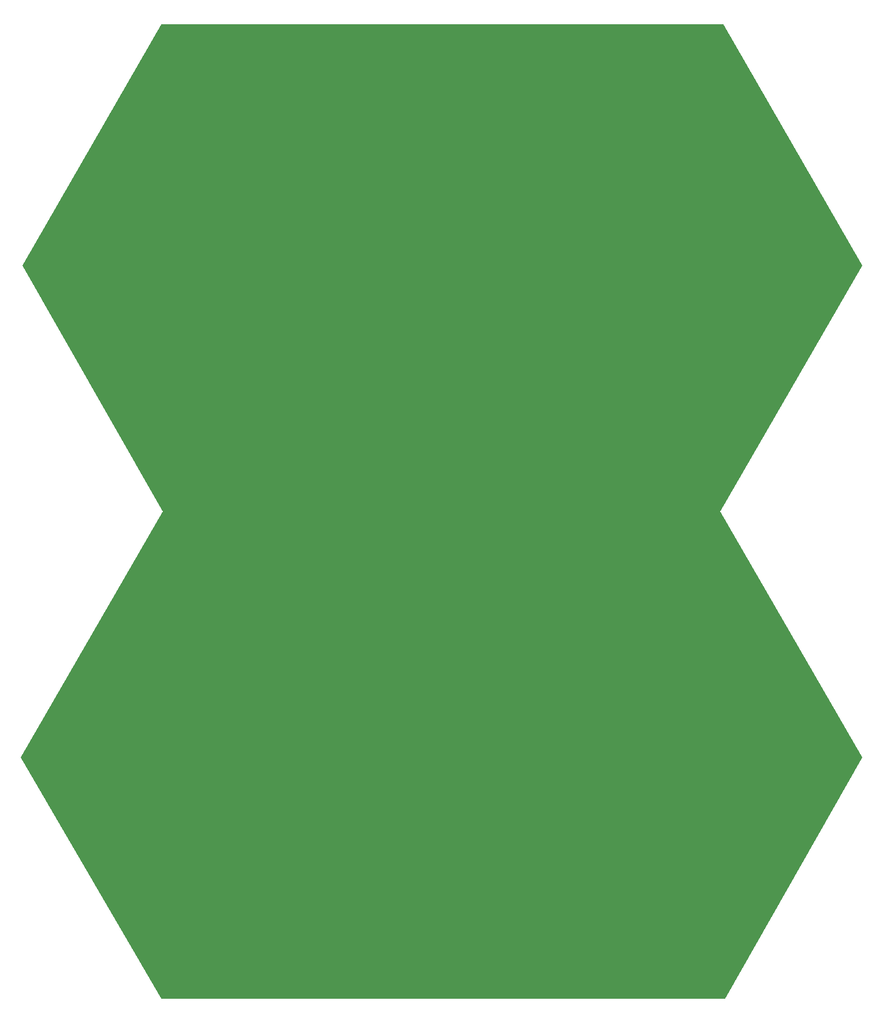
<source format=gbr>
%TF.GenerationSoftware,KiCad,Pcbnew,8.0.1*%
%TF.CreationDate,2024-04-10T18:42:56-04:00*%
%TF.ProjectId,Faces,46616365-732e-46b6-9963-61645f706362,rev?*%
%TF.SameCoordinates,Original*%
%TF.FileFunction,Soldermask,Bot*%
%TF.FilePolarity,Negative*%
%FSLAX46Y46*%
G04 Gerber Fmt 4.6, Leading zero omitted, Abs format (unit mm)*
G04 Created by KiCad (PCBNEW 8.0.1) date 2024-04-10 18:42:56*
%MOMM*%
%LPD*%
G01*
G04 APERTURE LIST*
%ADD10C,0.150000*%
%ADD11C,0.500000*%
G04 APERTURE END LIST*
D10*
X153924000Y-51816000D02*
X133096000Y-87884000D01*
X153924000Y-123952000D01*
X133858000Y-159258000D01*
X51308000Y-159258000D01*
X30734000Y-123952000D01*
X51562000Y-87884000D01*
X30988000Y-51816000D01*
X51308000Y-16510000D01*
X133604000Y-16510000D01*
X153924000Y-51816000D01*
G36*
X153924000Y-51816000D02*
G01*
X133096000Y-87884000D01*
X153924000Y-123952000D01*
X133858000Y-159258000D01*
X51308000Y-159258000D01*
X30734000Y-123952000D01*
X51562000Y-87884000D01*
X30988000Y-51816000D01*
X51308000Y-16510000D01*
X133604000Y-16510000D01*
X153924000Y-51816000D01*
G37*
D11*
%TO.C,mouse-bite-2mm-slot*%
X126044628Y-28119070D03*
X126419628Y-27469551D03*
X126794628Y-26820032D03*
X127169628Y-26170513D03*
X127544628Y-25520994D03*
%TD*%
%TO.C,mouse-bite-2mm-slot*%
X121223665Y-39469218D03*
X120848665Y-40118737D03*
X120473665Y-40768256D03*
X120098665Y-41417775D03*
X119723665Y-42067294D03*
%TD*%
%TO.C,mouse-bite-2mm-slot*%
X128843665Y-26270991D03*
X128468665Y-26920510D03*
X128093665Y-27570029D03*
X127718665Y-28219548D03*
X127343665Y-28869067D03*
%TD*%
%TO.C,mouse-bite-2mm-slot*%
X118424628Y-41317297D03*
X118799628Y-40667778D03*
X119174628Y-40018259D03*
X119549628Y-39368740D03*
X119924628Y-38719221D03*
%TD*%
%TO.C,mouse-bite-2mm-slot*%
X84425153Y-28119124D03*
X84800153Y-27469605D03*
X85175153Y-26820086D03*
X85550153Y-26170567D03*
X85925153Y-25521048D03*
%TD*%
%TO.C,mouse-bite-2mm-slot*%
X79604190Y-39469272D03*
X79229190Y-40118791D03*
X78854190Y-40768310D03*
X78479190Y-41417829D03*
X78104190Y-42067348D03*
%TD*%
%TO.C,mouse-bite-2mm-slot*%
X87224190Y-26271045D03*
X86849190Y-26920564D03*
X86474190Y-27570083D03*
X86099190Y-28219602D03*
X85724190Y-28869121D03*
%TD*%
%TO.C,mouse-bite-2mm-slot*%
X76805153Y-41317351D03*
X77180153Y-40667832D03*
X77555153Y-40018313D03*
X77930153Y-39368794D03*
X78305153Y-38719275D03*
%TD*%
%TO.C,mouse-bite-2mm-slot*%
X63615376Y-64162622D03*
X63990376Y-63513103D03*
X64365376Y-62863584D03*
X64740376Y-62214065D03*
X65115376Y-61564546D03*
%TD*%
%TO.C,mouse-bite-2mm-slot*%
X58794413Y-75512770D03*
X58419413Y-76162289D03*
X58044413Y-76811808D03*
X57669413Y-77461327D03*
X57294413Y-78110846D03*
%TD*%
%TO.C,mouse-bite-2mm-slot*%
X66414413Y-62314543D03*
X66039413Y-62964062D03*
X65664413Y-63613581D03*
X65289413Y-64263100D03*
X64914413Y-64912619D03*
%TD*%
%TO.C,mouse-bite-2mm-slot*%
X55995376Y-77360849D03*
X56370376Y-76711330D03*
X56745376Y-76061811D03*
X57120376Y-75412292D03*
X57495376Y-74762773D03*
%TD*%
%TO.C,mouse-bite-2mm-slot*%
X105234851Y-64162568D03*
X105609851Y-63513049D03*
X105984851Y-62863530D03*
X106359851Y-62214011D03*
X106734851Y-61564492D03*
%TD*%
%TO.C,mouse-bite-2mm-slot*%
X100413888Y-75512716D03*
X100038888Y-76162235D03*
X99663888Y-76811754D03*
X99288888Y-77461273D03*
X98913888Y-78110792D03*
%TD*%
%TO.C,mouse-bite-2mm-slot*%
X108033888Y-62314489D03*
X107658888Y-62964008D03*
X107283888Y-63613527D03*
X106908888Y-64263046D03*
X106533888Y-64912565D03*
%TD*%
%TO.C,mouse-bite-2mm-slot*%
X97614851Y-77360795D03*
X97989851Y-76711276D03*
X98364851Y-76061757D03*
X98739851Y-75412238D03*
X99114851Y-74762719D03*
%TD*%
%TO.C,mouse-bite-2mm-slot*%
X126044723Y-100206116D03*
X126419723Y-99556597D03*
X126794723Y-98907078D03*
X127169723Y-98257559D03*
X127544723Y-97608040D03*
%TD*%
%TO.C,mouse-bite-2mm-slot*%
X121223760Y-111556264D03*
X120848760Y-112205783D03*
X120473760Y-112855302D03*
X120098760Y-113504821D03*
X119723760Y-114154340D03*
%TD*%
%TO.C,mouse-bite-2mm-slot*%
X128843760Y-98358037D03*
X128468760Y-99007556D03*
X128093760Y-99657075D03*
X127718760Y-100306594D03*
X127343760Y-100956113D03*
%TD*%
%TO.C,mouse-bite-2mm-slot*%
X118424723Y-113404343D03*
X118799723Y-112754824D03*
X119174723Y-112105305D03*
X119549723Y-111455786D03*
X119924723Y-110806267D03*
%TD*%
%TO.C,mouse-bite-2mm-slot*%
X84425248Y-100206170D03*
X84800248Y-99556651D03*
X85175248Y-98907132D03*
X85550248Y-98257613D03*
X85925248Y-97608094D03*
%TD*%
%TO.C,mouse-bite-2mm-slot*%
X79604285Y-111556318D03*
X79229285Y-112205837D03*
X78854285Y-112855356D03*
X78479285Y-113504875D03*
X78104285Y-114154394D03*
%TD*%
%TO.C,mouse-bite-2mm-slot*%
X87224285Y-98358091D03*
X86849285Y-99007610D03*
X86474285Y-99657129D03*
X86099285Y-100306648D03*
X85724285Y-100956167D03*
%TD*%
%TO.C,mouse-bite-2mm-slot*%
X76805248Y-113404397D03*
X77180248Y-112754878D03*
X77555248Y-112105359D03*
X77930248Y-111455840D03*
X78305248Y-110806321D03*
%TD*%
%TO.C,mouse-bite-2mm-slot*%
X63615471Y-136249668D03*
X63990471Y-135600149D03*
X64365471Y-134950630D03*
X64740471Y-134301111D03*
X65115471Y-133651592D03*
%TD*%
%TO.C,mouse-bite-2mm-slot*%
X58794508Y-147599816D03*
X58419508Y-148249335D03*
X58044508Y-148898854D03*
X57669508Y-149548373D03*
X57294508Y-150197892D03*
%TD*%
%TO.C,mouse-bite-2mm-slot*%
X66414508Y-134401589D03*
X66039508Y-135051108D03*
X65664508Y-135700627D03*
X65289508Y-136350146D03*
X64914508Y-136999665D03*
%TD*%
%TO.C,mouse-bite-2mm-slot*%
X55995471Y-149447895D03*
X56370471Y-148798376D03*
X56745471Y-148148857D03*
X57120471Y-147499338D03*
X57495471Y-146849819D03*
%TD*%
%TO.C,mouse-bite-2mm-slot*%
X97614946Y-149447841D03*
X97989946Y-148798322D03*
X98364946Y-148148803D03*
X98739946Y-147499284D03*
X99114946Y-146849765D03*
%TD*%
%TO.C,mouse-bite-2mm-slot*%
X108033983Y-134401535D03*
X107658983Y-135051054D03*
X107283983Y-135700573D03*
X106908983Y-136350092D03*
X106533983Y-136999611D03*
%TD*%
%TO.C,mouse-bite-2mm-slot*%
X100413983Y-147599762D03*
X100038983Y-148249281D03*
X99663983Y-148898800D03*
X99288983Y-149548319D03*
X98913983Y-150197838D03*
%TD*%
%TO.C,mouse-bite-2mm-slot*%
X105234946Y-136249614D03*
X105609946Y-135600095D03*
X105984946Y-134950576D03*
X106359946Y-134301057D03*
X106734946Y-133651538D03*
%TD*%
%TO.C,mouse-bite-2mm-slot*%
X106734848Y-42067297D03*
X106359848Y-41417778D03*
X105984848Y-40768259D03*
X105609848Y-40118740D03*
X105234848Y-39469221D03*
%TD*%
%TO.C,mouse-bite-2mm-slot*%
X98913883Y-25520993D03*
X99288883Y-26170512D03*
X99663883Y-26820031D03*
X100038883Y-27469550D03*
X100413883Y-28119069D03*
%TD*%
%TO.C,mouse-bite-2mm-slot*%
X106533883Y-38719220D03*
X106908883Y-39368739D03*
X107283883Y-40018258D03*
X107658883Y-40667777D03*
X108033883Y-41317296D03*
%TD*%
%TO.C,mouse-bite-2mm-slot*%
X99114848Y-28869070D03*
X98739848Y-28219551D03*
X98364848Y-27570032D03*
X97989848Y-26920513D03*
X97614848Y-26270994D03*
%TD*%
%TO.C,mouse-bite-2mm-slot*%
X127544546Y-78110741D03*
X127169546Y-77461222D03*
X126794546Y-76811703D03*
X126419546Y-76162184D03*
X126044546Y-75512665D03*
%TD*%
%TO.C,mouse-bite-2mm-slot*%
X119723581Y-61564437D03*
X120098581Y-62213956D03*
X120473581Y-62863475D03*
X120848581Y-63512994D03*
X121223581Y-64162513D03*
%TD*%
%TO.C,mouse-bite-2mm-slot*%
X127343581Y-74762664D03*
X127718581Y-75412183D03*
X128093581Y-76061702D03*
X128468581Y-76711221D03*
X128843581Y-77360740D03*
%TD*%
%TO.C,mouse-bite-2mm-slot*%
X119924546Y-64912514D03*
X119549546Y-64262995D03*
X119174546Y-63613476D03*
X118799546Y-62963957D03*
X118424546Y-62314438D03*
%TD*%
%TO.C,mouse-bite-2mm-slot*%
X85925071Y-78110795D03*
X85550071Y-77461276D03*
X85175071Y-76811757D03*
X84800071Y-76162238D03*
X84425071Y-75512719D03*
%TD*%
%TO.C,mouse-bite-2mm-slot*%
X78104106Y-61564491D03*
X78479106Y-62214010D03*
X78854106Y-62863529D03*
X79229106Y-63513048D03*
X79604106Y-64162567D03*
%TD*%
%TO.C,mouse-bite-2mm-slot*%
X85724106Y-74762718D03*
X86099106Y-75412237D03*
X86474106Y-76061756D03*
X86849106Y-76711275D03*
X87224106Y-77360794D03*
%TD*%
%TO.C,mouse-bite-2mm-slot*%
X78305071Y-64912568D03*
X77930071Y-64263049D03*
X77555071Y-63613530D03*
X77180071Y-62964011D03*
X76805071Y-62314492D03*
%TD*%
%TO.C,mouse-bite-2mm-slot*%
X65115468Y-114154397D03*
X64740468Y-113504878D03*
X64365468Y-112855359D03*
X63990468Y-112205840D03*
X63615468Y-111556321D03*
%TD*%
%TO.C,mouse-bite-2mm-slot*%
X57294503Y-97608093D03*
X57669503Y-98257612D03*
X58044503Y-98907131D03*
X58419503Y-99556650D03*
X58794503Y-100206169D03*
%TD*%
%TO.C,mouse-bite-2mm-slot*%
X64914503Y-110806320D03*
X65289503Y-111455839D03*
X65664503Y-112105358D03*
X66039503Y-112754877D03*
X66414503Y-113404396D03*
%TD*%
%TO.C,mouse-bite-2mm-slot*%
X57495468Y-100956170D03*
X57120468Y-100306651D03*
X56745468Y-99657132D03*
X56370468Y-99007613D03*
X55995468Y-98358094D03*
%TD*%
%TO.C,mouse-bite-2mm-slot*%
X106734943Y-114154343D03*
X106359943Y-113504824D03*
X105984943Y-112855305D03*
X105609943Y-112205786D03*
X105234943Y-111556267D03*
%TD*%
%TO.C,mouse-bite-2mm-slot*%
X98913978Y-97608039D03*
X99288978Y-98257558D03*
X99663978Y-98907077D03*
X100038978Y-99556596D03*
X100413978Y-100206115D03*
%TD*%
%TO.C,mouse-bite-2mm-slot*%
X106533978Y-110806266D03*
X106908978Y-111455785D03*
X107283978Y-112105304D03*
X107658978Y-112754823D03*
X108033978Y-113404342D03*
%TD*%
%TO.C,mouse-bite-2mm-slot*%
X99114943Y-100956116D03*
X98739943Y-100306597D03*
X98364943Y-99657078D03*
X97989943Y-99007559D03*
X97614943Y-98358040D03*
%TD*%
%TO.C,mouse-bite-2mm-slot*%
X127544641Y-150197787D03*
X127169641Y-149548268D03*
X126794641Y-148898749D03*
X126419641Y-148249230D03*
X126044641Y-147599711D03*
%TD*%
%TO.C,mouse-bite-2mm-slot*%
X119723676Y-133651483D03*
X120098676Y-134301002D03*
X120473676Y-134950521D03*
X120848676Y-135600040D03*
X121223676Y-136249559D03*
%TD*%
%TO.C,mouse-bite-2mm-slot*%
X127343676Y-146849710D03*
X127718676Y-147499229D03*
X128093676Y-148148748D03*
X128468676Y-148798267D03*
X128843676Y-149447786D03*
%TD*%
%TO.C,mouse-bite-2mm-slot*%
X119924641Y-136999560D03*
X119549641Y-136350041D03*
X119174641Y-135700522D03*
X118799641Y-135051003D03*
X118424641Y-134401484D03*
%TD*%
%TO.C,mouse-bite-2mm-slot*%
X85925166Y-150197841D03*
X85550166Y-149548322D03*
X85175166Y-148898803D03*
X84800166Y-148249284D03*
X84425166Y-147599765D03*
%TD*%
%TO.C,mouse-bite-2mm-slot*%
X78104201Y-133651537D03*
X78479201Y-134301056D03*
X78854201Y-134950575D03*
X79229201Y-135600094D03*
X79604201Y-136249613D03*
%TD*%
%TO.C,mouse-bite-2mm-slot*%
X85724201Y-146849764D03*
X86099201Y-147499283D03*
X86474201Y-148148802D03*
X86849201Y-148798321D03*
X87224201Y-149447840D03*
%TD*%
%TO.C,mouse-bite-2mm-slot*%
X78305166Y-136999614D03*
X77930166Y-136350095D03*
X77555166Y-135700576D03*
X77180166Y-135051057D03*
X76805166Y-134401538D03*
%TD*%
%TO.C,mouse-bite-2mm-slot*%
X65115373Y-42067351D03*
X64740373Y-41417832D03*
X64365373Y-40768313D03*
X63990373Y-40118794D03*
X63615373Y-39469275D03*
%TD*%
%TO.C,mouse-bite-2mm-slot*%
X57294408Y-25521047D03*
X57669408Y-26170566D03*
X58044408Y-26820085D03*
X58419408Y-27469604D03*
X58794408Y-28119123D03*
%TD*%
%TO.C,mouse-bite-2mm-slot*%
X64914408Y-38719274D03*
X65289408Y-39368793D03*
X65664408Y-40018312D03*
X66039408Y-40667831D03*
X66414408Y-41317350D03*
%TD*%
%TO.C,mouse-bite-2mm-slot*%
X57495373Y-28869124D03*
X57120373Y-28219605D03*
X56745373Y-27570086D03*
X56370373Y-26920567D03*
X55995373Y-26271048D03*
%TD*%
%TO.C,mouse-bite-2mm-slot*%
X124919132Y-123152990D03*
X125669132Y-123152990D03*
X126419132Y-123152990D03*
X127169132Y-123152990D03*
X127919132Y-123152990D03*
%TD*%
%TO.C,mouse-bite-2mm-slot*%
X44680002Y-52565998D03*
X43930002Y-52565998D03*
X43180002Y-52565998D03*
X42430002Y-52565998D03*
X41680002Y-52565998D03*
%TD*%
%TO.C,mouse-bite-2mm-slot*%
X143158961Y-124652884D03*
X142408961Y-124652884D03*
X141658961Y-124652884D03*
X140908961Y-124652884D03*
X140158961Y-124652884D03*
%TD*%
%TO.C,mouse-bite-2mm-slot*%
X107109263Y-88609440D03*
X106359263Y-88609440D03*
X105609263Y-88609440D03*
X104859263Y-88609440D03*
X104109263Y-88609440D03*
%TD*%
%TO.C,mouse-bite-2mm-slot*%
X56920000Y-51066000D03*
X57670000Y-51066000D03*
X58420000Y-51066000D03*
X59170000Y-51066000D03*
X59920000Y-51066000D03*
%TD*%
%TO.C,mouse-bite-2mm-slot*%
X119349260Y-87109442D03*
X120099260Y-87109442D03*
X120849260Y-87109442D03*
X121599260Y-87109442D03*
X122349260Y-87109442D03*
%TD*%
%TO.C,mouse-bite-2mm-slot*%
X98539562Y-51065998D03*
X99289562Y-51065998D03*
X100039562Y-51065998D03*
X100789562Y-51065998D03*
X101539562Y-51065998D03*
%TD*%
%TO.C,mouse-bite-2mm-slot*%
X140159132Y-123152990D03*
X140909132Y-123152990D03*
X141659132Y-123152990D03*
X142409132Y-123152990D03*
X143159132Y-123152990D03*
%TD*%
%TO.C,mouse-bite-2mm-slot*%
X143158866Y-52565838D03*
X142408866Y-52565838D03*
X141658866Y-52565838D03*
X140908866Y-52565838D03*
X140158866Y-52565838D03*
%TD*%
%TO.C,mouse-bite-2mm-slot*%
X44680097Y-124653044D03*
X43930097Y-124653044D03*
X43180097Y-124653044D03*
X42430097Y-124653044D03*
X41680097Y-124653044D03*
%TD*%
%TO.C,mouse-bite-2mm-slot*%
X104109260Y-87109442D03*
X104859260Y-87109442D03*
X105609260Y-87109442D03*
X106359260Y-87109442D03*
X107109260Y-87109442D03*
%TD*%
%TO.C,mouse-bite-2mm-slot*%
X83299657Y-123153044D03*
X84049657Y-123153044D03*
X84799657Y-123153044D03*
X85549657Y-123153044D03*
X86299657Y-123153044D03*
%TD*%
%TO.C,mouse-bite-2mm-slot*%
X101539391Y-52565892D03*
X100789391Y-52565892D03*
X100039391Y-52565892D03*
X99289391Y-52565892D03*
X98539391Y-52565892D03*
%TD*%
%TO.C,mouse-bite-2mm-slot*%
X65489788Y-88609494D03*
X64739788Y-88609494D03*
X63989788Y-88609494D03*
X63239788Y-88609494D03*
X62489788Y-88609494D03*
%TD*%
%TO.C,mouse-bite-2mm-slot*%
X83299562Y-51065998D03*
X84049562Y-51065998D03*
X84799562Y-51065998D03*
X85549562Y-51065998D03*
X86299562Y-51065998D03*
%TD*%
%TO.C,mouse-bite-2mm-slot*%
X86299486Y-124652938D03*
X85549486Y-124652938D03*
X84799486Y-124652938D03*
X84049486Y-124652938D03*
X83299486Y-124652938D03*
%TD*%
%TO.C,mouse-bite-2mm-slot*%
X140159037Y-51065944D03*
X140909037Y-51065944D03*
X141659037Y-51065944D03*
X142409037Y-51065944D03*
X143159037Y-51065944D03*
%TD*%
%TO.C,mouse-bite-2mm-slot*%
X80729788Y-88609494D03*
X79979788Y-88609494D03*
X79229788Y-88609494D03*
X78479788Y-88609494D03*
X77729788Y-88609494D03*
%TD*%
%TO.C,mouse-bite-2mm-slot*%
X41680095Y-123153046D03*
X42430095Y-123153046D03*
X43180095Y-123153046D03*
X43930095Y-123153046D03*
X44680095Y-123153046D03*
%TD*%
%TO.C,mouse-bite-2mm-slot*%
X122349263Y-88609440D03*
X121599263Y-88609440D03*
X120849263Y-88609440D03*
X120099263Y-88609440D03*
X119349263Y-88609440D03*
%TD*%
%TO.C,mouse-bite-2mm-slot*%
X41680000Y-51066000D03*
X42430000Y-51066000D03*
X43180000Y-51066000D03*
X43930000Y-51066000D03*
X44680000Y-51066000D03*
%TD*%
%TO.C,mouse-bite-2mm-slot*%
X127918866Y-52565838D03*
X127168866Y-52565838D03*
X126418866Y-52565838D03*
X125668866Y-52565838D03*
X124918866Y-52565838D03*
%TD*%
%TO.C,mouse-bite-2mm-slot*%
X86299391Y-52565892D03*
X85549391Y-52565892D03*
X84799391Y-52565892D03*
X84049391Y-52565892D03*
X83299391Y-52565892D03*
%TD*%
%TO.C,mouse-bite-2mm-slot*%
X56920095Y-123153046D03*
X57670095Y-123153046D03*
X58420095Y-123153046D03*
X59170095Y-123153046D03*
X59920095Y-123153046D03*
%TD*%
%TO.C,mouse-bite-2mm-slot*%
X98539657Y-123153044D03*
X99289657Y-123153044D03*
X100039657Y-123153044D03*
X100789657Y-123153044D03*
X101539657Y-123153044D03*
%TD*%
%TO.C,mouse-bite-2mm-slot*%
X59920097Y-124653044D03*
X59170097Y-124653044D03*
X58420097Y-124653044D03*
X57670097Y-124653044D03*
X56920097Y-124653044D03*
%TD*%
%TO.C,mouse-bite-2mm-slot*%
X101539486Y-124652938D03*
X100789486Y-124652938D03*
X100039486Y-124652938D03*
X99289486Y-124652938D03*
X98539486Y-124652938D03*
%TD*%
%TO.C,mouse-bite-2mm-slot*%
X124919037Y-51065944D03*
X125669037Y-51065944D03*
X126419037Y-51065944D03*
X127169037Y-51065944D03*
X127919037Y-51065944D03*
%TD*%
%TO.C,mouse-bite-2mm-slot*%
X59920002Y-52565998D03*
X59170002Y-52565998D03*
X58420002Y-52565998D03*
X57670002Y-52565998D03*
X56920002Y-52565998D03*
%TD*%
%TO.C,mouse-bite-2mm-slot*%
X77729785Y-87109496D03*
X78479785Y-87109496D03*
X79229785Y-87109496D03*
X79979785Y-87109496D03*
X80729785Y-87109496D03*
%TD*%
%TO.C,mouse-bite-2mm-slot*%
X127918961Y-124652884D03*
X127168961Y-124652884D03*
X126418961Y-124652884D03*
X125668961Y-124652884D03*
X124918961Y-124652884D03*
%TD*%
%TO.C,mouse-bite-2mm-slot*%
X62489785Y-87109496D03*
X63239785Y-87109496D03*
X63989785Y-87109496D03*
X64739785Y-87109496D03*
X65489785Y-87109496D03*
%TD*%
M02*

</source>
